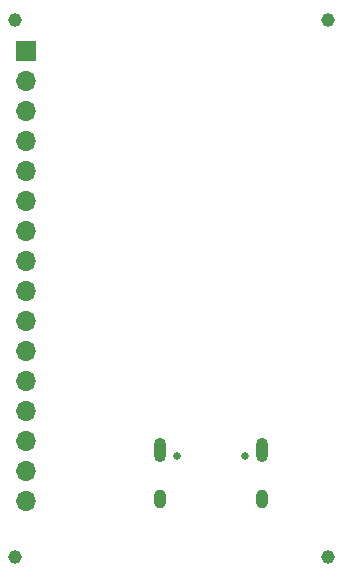
<source format=gbs>
%TF.GenerationSoftware,KiCad,Pcbnew,(6.0.10)*%
%TF.CreationDate,2023-01-26T00:46:22-05:00*%
%TF.ProjectId,espc4synth,65737063-3473-4796-9e74-682e6b696361,1*%
%TF.SameCoordinates,Original*%
%TF.FileFunction,Soldermask,Bot*%
%TF.FilePolarity,Negative*%
%FSLAX46Y46*%
G04 Gerber Fmt 4.6, Leading zero omitted, Abs format (unit mm)*
G04 Created by KiCad (PCBNEW (6.0.10)) date 2023-01-26 00:46:22*
%MOMM*%
%LPD*%
G01*
G04 APERTURE LIST*
%ADD10C,1.152000*%
%ADD11R,1.700000X1.700000*%
%ADD12O,1.700000X1.700000*%
%ADD13O,1.000000X1.600000*%
%ADD14C,0.650000*%
%ADD15O,1.000000X2.100000*%
G04 APERTURE END LIST*
D10*
%TO.C,H2*%
X14550000Y-78350000D03*
%TD*%
D11*
%TO.C,J2*%
X15500000Y-35500000D03*
D12*
X15500000Y-38040000D03*
X15500000Y-40580000D03*
X15500000Y-43120000D03*
X15500000Y-45660000D03*
X15500000Y-48200000D03*
X15500000Y-50740000D03*
X15500000Y-53280000D03*
X15500000Y-55820000D03*
X15500000Y-58360000D03*
X15500000Y-60900000D03*
X15500000Y-63440000D03*
X15500000Y-65980000D03*
X15500000Y-68520000D03*
X15500000Y-71060000D03*
X15500000Y-73600000D03*
%TD*%
D10*
%TO.C,H1*%
X41050000Y-32875000D03*
%TD*%
%TO.C,H4*%
X41050000Y-78350000D03*
%TD*%
D13*
%TO.C,J1*%
X35470000Y-73424951D03*
D14*
X28260000Y-69774951D03*
D15*
X35470000Y-69244951D03*
X26830000Y-69244951D03*
D14*
X34040000Y-69774951D03*
D13*
X26830000Y-73424951D03*
%TD*%
D10*
%TO.C,H3*%
X14550000Y-32875000D03*
%TD*%
M02*

</source>
